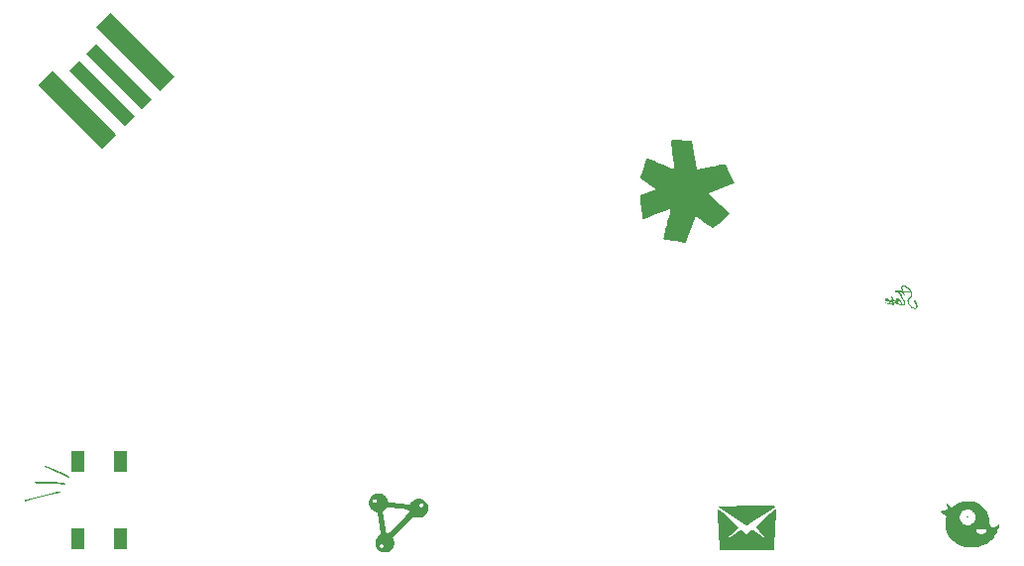
<source format=gbs>
G04 Layer: BottomSolderMaskLayer*
G04 EasyEDA v6.5.1, 2022-05-17 10:42:42*
G04 183223736e564f1bbe1f5351ff330512,a895fda7382342f89faddf0c187955a9,10*
G04 Gerber Generator version 0.2*
G04 Scale: 100 percent, Rotated: No, Reflected: No *
G04 Dimensions in inches *
G04 leading zeros omitted , absolute positions ,3 integer and 6 decimal *
%FSLAX36Y36*%
%MOIN*%

%ADD10C,0.0001*%

%LPD*%
G36*
X1999180Y1682260D02*
G01*
X1992180Y1682040D01*
X1986660Y1681680D01*
X1982000Y1681060D01*
X1977840Y1680100D01*
X1975800Y1679480D01*
X1971579Y1677880D01*
X1966819Y1675700D01*
X1961579Y1673020D01*
X1956420Y1670100D01*
X1951940Y1667300D01*
X1950160Y1666060D01*
X1943040Y1660160D01*
X1924540Y1678000D01*
X1927120Y1652560D01*
X1913940Y1650600D01*
X1910620Y1650040D01*
X1908000Y1649480D01*
X1906040Y1648940D01*
X1904720Y1648340D01*
X1904060Y1647660D01*
X1904019Y1646900D01*
X1904580Y1646000D01*
X1905740Y1644940D01*
X1907500Y1643680D01*
X1915900Y1638580D01*
X1918440Y1636920D01*
X1920380Y1635500D01*
X1921780Y1634240D01*
X1922700Y1633040D01*
X1923220Y1631860D01*
X1923380Y1630620D01*
X1923214Y1628720D01*
X1969040Y1628720D01*
X1969120Y1630640D01*
X1969340Y1632560D01*
X1969700Y1634440D01*
X1970180Y1636300D01*
X1970820Y1638120D01*
X1971579Y1639900D01*
X1972500Y1641620D01*
X1973560Y1643280D01*
X1974760Y1644880D01*
X1976120Y1646380D01*
X1977620Y1647800D01*
X1979280Y1649139D01*
X1981080Y1650360D01*
X1982800Y1651279D01*
X1984660Y1652080D01*
X1986699Y1652740D01*
X1988820Y1653280D01*
X1991040Y1653660D01*
X1993300Y1653920D01*
X1995580Y1654019D01*
X1997840Y1654000D01*
X2000040Y1653800D01*
X2002180Y1653480D01*
X2004180Y1652980D01*
X2006060Y1652340D01*
X2007420Y1651660D01*
X2008880Y1650660D01*
X2010420Y1649420D01*
X2012000Y1647980D01*
X2015080Y1644600D01*
X2016540Y1642780D01*
X2017880Y1640920D01*
X2019060Y1639079D01*
X2020060Y1637280D01*
X2020840Y1635580D01*
X2021339Y1634040D01*
X2021780Y1631819D01*
X2022020Y1629620D01*
X2022040Y1627440D01*
X2021860Y1625280D01*
X2021500Y1623140D01*
X2020940Y1621060D01*
X2020240Y1619019D01*
X2019360Y1617060D01*
X2018320Y1615160D01*
X2017160Y1613340D01*
X2015840Y1611600D01*
X2014420Y1609980D01*
X2012860Y1608460D01*
X2011220Y1607060D01*
X2009460Y1605780D01*
X2007620Y1604640D01*
X2005700Y1603660D01*
X2003700Y1602820D01*
X2001639Y1602160D01*
X1999520Y1601680D01*
X1997380Y1601380D01*
X1995180Y1601260D01*
X1992960Y1601360D01*
X1990720Y1601680D01*
X1988580Y1602160D01*
X1986540Y1602800D01*
X1984600Y1603600D01*
X1982760Y1604520D01*
X1981020Y1605560D01*
X1979420Y1606740D01*
X1977900Y1608000D01*
X1976500Y1609379D01*
X1975220Y1610860D01*
X1974060Y1612400D01*
X1973000Y1614040D01*
X1972080Y1615720D01*
X1971260Y1617480D01*
X1970580Y1619280D01*
X1970020Y1621120D01*
X1969580Y1623000D01*
X1969259Y1624900D01*
X1969079Y1626819D01*
X1969040Y1628720D01*
X1923214Y1628720D01*
X1922980Y1625900D01*
X1922700Y1620140D01*
X1922460Y1612800D01*
X1922280Y1596800D01*
X1922460Y1590820D01*
X1922660Y1588360D01*
X1923210Y1584780D01*
X2024000Y1584780D01*
X2024160Y1585520D01*
X2024740Y1586120D01*
X2025800Y1586600D01*
X2027440Y1586980D01*
X2029700Y1587240D01*
X2036480Y1587500D01*
X2044600Y1587500D01*
X2050320Y1587300D01*
X2052600Y1587080D01*
X2054480Y1586800D01*
X2055980Y1586420D01*
X2057140Y1585960D01*
X2057920Y1585380D01*
X2058360Y1584680D01*
X2058460Y1583860D01*
X2058240Y1582880D01*
X2057680Y1581780D01*
X2056819Y1580520D01*
X2054220Y1577500D01*
X2050740Y1574040D01*
X2049199Y1572740D01*
X2047820Y1571780D01*
X2046459Y1571120D01*
X2045040Y1570760D01*
X2043500Y1570660D01*
X2041720Y1570760D01*
X2039620Y1571040D01*
X2036879Y1571740D01*
X2034139Y1572940D01*
X2031500Y1574520D01*
X2029100Y1576380D01*
X2027040Y1578440D01*
X2025420Y1580600D01*
X2024360Y1582740D01*
X2024000Y1584780D01*
X1923210Y1584780D01*
X1923839Y1582120D01*
X1925240Y1578180D01*
X1927220Y1573700D01*
X1929500Y1569280D01*
X1932080Y1564980D01*
X1934980Y1560800D01*
X1938160Y1556800D01*
X1941620Y1552960D01*
X1945300Y1549319D01*
X1949199Y1545880D01*
X1953300Y1542680D01*
X1957560Y1539720D01*
X1962000Y1537040D01*
X1964259Y1535780D01*
X1968899Y1533520D01*
X1973620Y1531560D01*
X1978420Y1529920D01*
X1980840Y1529220D01*
X1985140Y1528300D01*
X1990100Y1527580D01*
X1995560Y1527060D01*
X2001339Y1526780D01*
X2007320Y1526699D01*
X2013320Y1526840D01*
X2019180Y1527180D01*
X2024760Y1527740D01*
X2029880Y1528500D01*
X2034379Y1529480D01*
X2039319Y1530920D01*
X2044100Y1532580D01*
X2048760Y1534480D01*
X2053260Y1536600D01*
X2057600Y1538959D01*
X2061780Y1541540D01*
X2065780Y1544340D01*
X2069620Y1547340D01*
X2073280Y1550560D01*
X2076759Y1553959D01*
X2080040Y1557580D01*
X2083140Y1561380D01*
X2086020Y1565380D01*
X2088700Y1569560D01*
X2091160Y1573920D01*
X2093420Y1578440D01*
X2096000Y1584240D01*
X2098300Y1589800D01*
X2100040Y1594480D01*
X2101020Y1597640D01*
X2102220Y1603000D01*
X2091639Y1596860D01*
X2089500Y1595800D01*
X2087460Y1594940D01*
X2085540Y1594280D01*
X2083740Y1593839D01*
X2082040Y1593580D01*
X2080460Y1593520D01*
X2078959Y1593680D01*
X2077580Y1594040D01*
X2076320Y1594600D01*
X2075140Y1595360D01*
X2074060Y1596339D01*
X2073080Y1597520D01*
X2072200Y1598899D01*
X2071420Y1600500D01*
X2070720Y1602300D01*
X2070120Y1604319D01*
X2069620Y1606560D01*
X2069199Y1609000D01*
X2068440Y1615580D01*
X2067520Y1622620D01*
X2066480Y1628700D01*
X2065920Y1631440D01*
X2064600Y1636420D01*
X2063060Y1640860D01*
X2062180Y1642940D01*
X2060160Y1646920D01*
X2057760Y1650800D01*
X2055100Y1654480D01*
X2052220Y1657920D01*
X2049000Y1661300D01*
X2045500Y1664580D01*
X2041759Y1667680D01*
X2037880Y1670600D01*
X2033880Y1673260D01*
X2029860Y1675640D01*
X2025840Y1677680D01*
X2021920Y1679319D01*
X2020000Y1680000D01*
X2017840Y1680600D01*
X2015360Y1681120D01*
X2012580Y1681540D01*
X2009560Y1681860D01*
X2006300Y1682100D01*
G37*
G36*
X1995400Y1631260D02*
G01*
X1993839Y1630760D01*
X1992480Y1629300D01*
X1991840Y1627440D01*
X1992420Y1626220D01*
X1994019Y1625800D01*
X1996420Y1626320D01*
X1997500Y1626920D01*
X1998220Y1627720D01*
X1998500Y1628580D01*
X1998280Y1629420D01*
X1996960Y1630820D01*
G37*
G36*
X1291279Y1666720D02*
G01*
X1265400Y1666579D01*
X1234160Y1666160D01*
X1202480Y1665480D01*
X1154860Y1664199D01*
X1225280Y1617340D01*
X1244200Y1604980D01*
X1250100Y1601240D01*
X1253160Y1599440D01*
X1255260Y1600680D01*
X1268380Y1609280D01*
X1289199Y1623220D01*
X1321120Y1644880D01*
X1340040Y1657880D01*
X1349700Y1664740D01*
X1350040Y1665100D01*
X1349720Y1665300D01*
X1347540Y1665640D01*
X1343460Y1665960D01*
X1330240Y1666399D01*
X1311360Y1666660D01*
G37*
G36*
X1351980Y1656579D02*
G01*
X1351100Y1656120D01*
X1346920Y1652740D01*
X1332480Y1640400D01*
X1294060Y1607180D01*
X1283800Y1598160D01*
X1283400Y1597720D01*
X1283140Y1597220D01*
X1283040Y1596660D01*
X1283120Y1595980D01*
X1283380Y1595200D01*
X1284560Y1593180D01*
X1286720Y1590420D01*
X1290000Y1586720D01*
X1294520Y1581920D01*
X1327020Y1548940D01*
X1285820Y1577240D01*
X1281000Y1580420D01*
X1277180Y1582740D01*
X1274200Y1584240D01*
X1272960Y1584700D01*
X1271840Y1584980D01*
X1270840Y1585100D01*
X1269940Y1585040D01*
X1269080Y1584820D01*
X1268280Y1584460D01*
X1267480Y1583959D01*
X1265840Y1582540D01*
X1261700Y1578340D01*
X1252980Y1569780D01*
X1244460Y1578140D01*
X1240960Y1581300D01*
X1237700Y1583740D01*
X1235080Y1585220D01*
X1233420Y1585500D01*
X1231820Y1584600D01*
X1224040Y1579620D01*
X1212000Y1571600D01*
X1186240Y1554120D01*
X1177200Y1548100D01*
X1177140Y1548160D01*
X1178340Y1549540D01*
X1185240Y1556519D01*
X1196640Y1567660D01*
X1224880Y1594820D01*
X1209900Y1608460D01*
X1189940Y1626100D01*
X1170300Y1643000D01*
X1162360Y1649660D01*
X1156620Y1654340D01*
X1153760Y1656420D01*
X1153580Y1656459D01*
X1153560Y1654660D01*
X1154100Y1642680D01*
X1155300Y1622480D01*
X1157120Y1594420D01*
X1159120Y1565680D01*
X1161480Y1535120D01*
X1162980Y1518660D01*
X1344580Y1518660D01*
X1349720Y1604079D01*
X1351140Y1626279D01*
X1353020Y1652180D01*
X1353080Y1654440D01*
X1352940Y1655860D01*
X1352580Y1656540D01*
G37*
G36*
X14640Y1708959D02*
G01*
X12800Y1708940D01*
X9120Y1708580D01*
X7300Y1708240D01*
X3740Y1707240D01*
X260Y1705800D01*
X-1419Y1704920D01*
X-3060Y1703920D01*
X-4640Y1702820D01*
X-6180Y1701600D01*
X-7640Y1700280D01*
X-9060Y1698839D01*
X-10400Y1697300D01*
X-11680Y1695640D01*
X-12860Y1693880D01*
X-13980Y1692000D01*
X-15000Y1690000D01*
X-16020Y1687520D01*
X-16820Y1684960D01*
X-17341Y1682500D01*
X-6400Y1682500D01*
X-5940Y1684760D01*
X-4760Y1686600D01*
X-3020Y1687980D01*
X-940Y1688860D01*
X1300Y1689160D01*
X3459Y1688839D01*
X5360Y1687840D01*
X6800Y1686100D01*
X7400Y1684500D01*
X7520Y1682920D01*
X7220Y1681399D01*
X6560Y1679980D01*
X5600Y1678720D01*
X4400Y1677660D01*
X3040Y1676819D01*
X1540Y1676279D01*
X0Y1676080D01*
X-1540Y1676220D01*
X-3040Y1676800D01*
X-4380Y1677840D01*
X-5160Y1678820D01*
X-5800Y1680020D01*
X-6240Y1681300D01*
X-6400Y1682500D01*
X-17341Y1682500D01*
X-17700Y1679620D01*
X-17780Y1676900D01*
X-17640Y1674160D01*
X-17260Y1671440D01*
X-16542Y1668340D01*
X151940Y1668340D01*
X152180Y1670180D01*
X152860Y1671800D01*
X153880Y1673120D01*
X155200Y1674139D01*
X156740Y1674800D01*
X158420Y1675040D01*
X160180Y1674840D01*
X161940Y1674160D01*
X163280Y1673140D01*
X164340Y1671740D01*
X165020Y1670080D01*
X165280Y1668340D01*
X165040Y1666480D01*
X164360Y1664880D01*
X163340Y1663540D01*
X162020Y1662520D01*
X160479Y1661879D01*
X158800Y1661620D01*
X157040Y1661819D01*
X155280Y1662500D01*
X153940Y1663520D01*
X152880Y1664920D01*
X152200Y1666579D01*
X151940Y1668340D01*
X-16542Y1668340D01*
X-15860Y1666160D01*
X-14820Y1663640D01*
X-13560Y1661220D01*
X-12080Y1658940D01*
X-10260Y1656540D01*
X-8460Y1654460D01*
X-6600Y1652660D01*
X-4580Y1651040D01*
X-2300Y1649560D01*
X320Y1648160D01*
X2784Y1647040D01*
X29280Y1647040D01*
X44820Y1662200D01*
X90040Y1655840D01*
X111320Y1652640D01*
X116140Y1651780D01*
X117140Y1651420D01*
X117640Y1651080D01*
X118000Y1650680D01*
X118219Y1650180D01*
X118300Y1649600D01*
X118219Y1648899D01*
X117980Y1648120D01*
X117000Y1646140D01*
X115280Y1643620D01*
X112760Y1640480D01*
X109400Y1636620D01*
X105140Y1631980D01*
X93620Y1620080D01*
X73420Y1599840D01*
X60140Y1586819D01*
X55320Y1582220D01*
X51500Y1578760D01*
X48560Y1576300D01*
X46320Y1574700D01*
X45439Y1574180D01*
X44680Y1573839D01*
X44040Y1573660D01*
X43480Y1573600D01*
X43000Y1573680D01*
X42560Y1573860D01*
X42080Y1574180D01*
X41200Y1575280D01*
X40359Y1577160D01*
X39520Y1580020D01*
X38620Y1584100D01*
X37620Y1589640D01*
X35140Y1605980D01*
X29280Y1647040D01*
X2784Y1647040D01*
X7000Y1645280D01*
X12880Y1642980D01*
X22540Y1573020D01*
X15320Y1566519D01*
X13240Y1564560D01*
X11399Y1562640D01*
X9780Y1560720D01*
X8380Y1558800D01*
X7180Y1556860D01*
X6160Y1554860D01*
X5340Y1552760D01*
X4700Y1550580D01*
X4200Y1548280D01*
X3860Y1545820D01*
X3680Y1543200D01*
X3600Y1540380D01*
X3700Y1537980D01*
X3960Y1535640D01*
X4380Y1533360D01*
X5071Y1530840D01*
X18700Y1530840D01*
X19280Y1533500D01*
X21040Y1535760D01*
X23140Y1536940D01*
X25339Y1537220D01*
X27460Y1536759D01*
X29340Y1535660D01*
X30800Y1534100D01*
X31660Y1532200D01*
X31760Y1530100D01*
X30920Y1527920D01*
X28840Y1525680D01*
X26280Y1524540D01*
X23560Y1524600D01*
X21040Y1525900D01*
X19280Y1528160D01*
X18700Y1530840D01*
X5071Y1530840D01*
X5699Y1529040D01*
X6580Y1527000D01*
X7600Y1525060D01*
X8740Y1523200D01*
X10000Y1521440D01*
X11399Y1519780D01*
X12880Y1518220D01*
X14480Y1516759D01*
X16160Y1515440D01*
X17920Y1514220D01*
X19780Y1513140D01*
X21700Y1512180D01*
X23680Y1511360D01*
X25720Y1510660D01*
X27820Y1510120D01*
X29960Y1509720D01*
X32140Y1509460D01*
X34340Y1509379D01*
X36560Y1509440D01*
X38800Y1509660D01*
X41060Y1510060D01*
X43300Y1510640D01*
X45540Y1511399D01*
X47779Y1512320D01*
X49860Y1513360D01*
X51840Y1514500D01*
X53700Y1515740D01*
X55439Y1517060D01*
X57080Y1518480D01*
X58600Y1519960D01*
X59980Y1521519D01*
X61260Y1523160D01*
X62400Y1524860D01*
X63440Y1526620D01*
X64340Y1528440D01*
X65100Y1530300D01*
X65740Y1532220D01*
X66260Y1534199D01*
X66640Y1536200D01*
X66880Y1538220D01*
X66980Y1540300D01*
X66940Y1542380D01*
X66780Y1544500D01*
X66460Y1546620D01*
X66000Y1548760D01*
X65400Y1550900D01*
X64660Y1553060D01*
X63760Y1555200D01*
X60640Y1562060D01*
X130140Y1631519D01*
X136100Y1628680D01*
X137880Y1627920D01*
X139840Y1627300D01*
X141920Y1626780D01*
X144120Y1626380D01*
X146380Y1626100D01*
X148680Y1625940D01*
X150980Y1625900D01*
X153260Y1626000D01*
X155460Y1626200D01*
X157580Y1626540D01*
X159580Y1627020D01*
X161420Y1627600D01*
X163100Y1628320D01*
X164780Y1629240D01*
X166439Y1630300D01*
X168080Y1631519D01*
X169700Y1632860D01*
X171260Y1634340D01*
X172740Y1635920D01*
X174160Y1637600D01*
X175500Y1639360D01*
X176720Y1641200D01*
X177820Y1643080D01*
X178780Y1645000D01*
X179640Y1647020D01*
X180340Y1649060D01*
X180880Y1651100D01*
X181300Y1653120D01*
X181560Y1655160D01*
X181680Y1657180D01*
X181680Y1659180D01*
X181540Y1661160D01*
X181260Y1663140D01*
X180880Y1665060D01*
X180380Y1666960D01*
X179760Y1668820D01*
X178200Y1672400D01*
X177260Y1674120D01*
X175100Y1677360D01*
X172580Y1680340D01*
X171200Y1681720D01*
X168220Y1684199D01*
X166620Y1685320D01*
X164960Y1686339D01*
X163220Y1687260D01*
X161439Y1688060D01*
X159600Y1688760D01*
X157720Y1689340D01*
X155800Y1689800D01*
X153820Y1690140D01*
X151820Y1690340D01*
X149780Y1690420D01*
X147720Y1690340D01*
X145620Y1690120D01*
X143520Y1689760D01*
X141400Y1689240D01*
X139340Y1688560D01*
X137240Y1687640D01*
X135100Y1686519D01*
X133000Y1685220D01*
X130920Y1683800D01*
X128960Y1682260D01*
X127120Y1680660D01*
X125440Y1679000D01*
X123960Y1677320D01*
X122720Y1675680D01*
X121760Y1674060D01*
X120559Y1671240D01*
X119800Y1670160D01*
X118980Y1669440D01*
X118140Y1669160D01*
X113840Y1669620D01*
X91980Y1672480D01*
X55839Y1677560D01*
X50820Y1678380D01*
X49120Y1679120D01*
X47600Y1680540D01*
X46300Y1682640D01*
X43600Y1689580D01*
X42640Y1691519D01*
X41600Y1693340D01*
X40480Y1695080D01*
X39260Y1696720D01*
X37980Y1698240D01*
X36620Y1699680D01*
X33700Y1702240D01*
X30560Y1704400D01*
X27220Y1706140D01*
X23740Y1707460D01*
X20139Y1708380D01*
X18320Y1708680D01*
G37*
G36*
X1001800Y2896900D02*
G01*
X1000620Y2896780D01*
X999760Y2896300D01*
X999220Y2895480D01*
X999000Y2894300D01*
X998920Y2888780D01*
X999080Y2883200D01*
X999460Y2877580D01*
X1000100Y2871900D01*
X1001600Y2860640D01*
X1002900Y2849500D01*
X1004060Y2840980D01*
X1008180Y2805860D01*
X1009300Y2797000D01*
X990600Y2804800D01*
X970860Y2813200D01*
X950340Y2822100D01*
X940759Y2826100D01*
X921900Y2833600D01*
X918199Y2834900D01*
X917200Y2834840D01*
X916400Y2834540D01*
X915800Y2834040D01*
X913940Y2830240D01*
X912420Y2826480D01*
X910879Y2822000D01*
X909300Y2816800D01*
X906500Y2806900D01*
X904300Y2799600D01*
X903480Y2797620D01*
X897120Y2779120D01*
X895699Y2774600D01*
X894800Y2771180D01*
X894500Y2769700D01*
X894520Y2768880D01*
X894700Y2768159D01*
X895020Y2767480D01*
X895500Y2766900D01*
X949200Y2730299D01*
X895100Y2710200D01*
X894400Y2709820D01*
X893880Y2709140D01*
X893540Y2708220D01*
X893400Y2707000D01*
X893360Y2702580D01*
X893580Y2698100D01*
X894020Y2693580D01*
X895460Y2684460D01*
X896640Y2675520D01*
X897099Y2671100D01*
X898319Y2661800D01*
X900000Y2646580D01*
X900780Y2641760D01*
X901740Y2637180D01*
X902900Y2632900D01*
X903000Y2631720D01*
X903379Y2630860D01*
X904040Y2630320D01*
X905000Y2630100D01*
X919020Y2635299D01*
X937660Y2642580D01*
X965540Y2654020D01*
X984180Y2661500D01*
X998199Y2667000D01*
X996000Y2657600D01*
X993660Y2648340D01*
X988720Y2630020D01*
X986360Y2620760D01*
X984100Y2611400D01*
X982740Y2607360D01*
X979200Y2595380D01*
X977300Y2588500D01*
X975560Y2581600D01*
X974100Y2575100D01*
X973100Y2569700D01*
X972820Y2567679D01*
X972700Y2566100D01*
X972800Y2565280D01*
X973180Y2564520D01*
X973840Y2563840D01*
X974800Y2563200D01*
X978540Y2562060D01*
X982720Y2561019D01*
X987380Y2560100D01*
X992500Y2559300D01*
X1002440Y2557900D01*
X1010900Y2556500D01*
X1032159Y2552640D01*
X1036440Y2552040D01*
X1040660Y2551640D01*
X1044800Y2551400D01*
X1047600Y2553000D01*
X1082500Y2639300D01*
X1094100Y2631200D01*
X1103120Y2624720D01*
X1112600Y2618100D01*
X1121900Y2611820D01*
X1130400Y2606200D01*
X1136680Y2602300D01*
X1139500Y2601000D01*
X1142680Y2602580D01*
X1148800Y2607500D01*
X1156920Y2614580D01*
X1194000Y2648000D01*
X1194080Y2648580D01*
X1194520Y2649680D01*
X1194600Y2650200D01*
X1194020Y2651280D01*
X1192160Y2653460D01*
X1189020Y2656680D01*
X1181140Y2664300D01*
X1166000Y2678620D01*
X1149660Y2693860D01*
X1132740Y2709140D01*
X1125940Y2715460D01*
X1124300Y2717100D01*
X1208600Y2751000D01*
X1209340Y2751500D01*
X1209880Y2752020D01*
X1210200Y2752559D01*
X1210300Y2753100D01*
X1209360Y2755779D01*
X1199580Y2777160D01*
X1189640Y2798060D01*
X1183580Y2810460D01*
X1181600Y2814100D01*
X1181020Y2814840D01*
X1180300Y2815400D01*
X1179420Y2815740D01*
X1178400Y2815899D01*
X1176040Y2815620D01*
X1171200Y2814800D01*
X1164820Y2813480D01*
X1141000Y2808159D01*
X1135700Y2806900D01*
X1085300Y2796600D01*
X1069400Y2892900D01*
X1068860Y2893860D01*
X1068220Y2894580D01*
X1067500Y2895020D01*
X1066700Y2895200D01*
G37*
G36*
X1780200Y2407800D02*
G01*
X1776600Y2407420D01*
X1773980Y2405980D01*
X1772340Y2403460D01*
X1771699Y2399900D01*
X1772020Y2395680D01*
X1773200Y2390900D01*
X1773839Y2389200D01*
X1764400Y2389700D01*
X1763400Y2391000D01*
X1762580Y2391260D01*
X1761300Y2391200D01*
X1760940Y2391080D01*
X1760200Y2390440D01*
X1759800Y2389900D01*
X1753800Y2390100D01*
X1752220Y2390040D01*
X1751600Y2389900D01*
X1751459Y2389700D01*
X1751399Y2389300D01*
X1751480Y2387960D01*
X1751900Y2386300D01*
X1752200Y2385460D01*
X1752520Y2384880D01*
X1752860Y2384520D01*
X1753200Y2384400D01*
X1762100Y2384500D01*
X1764620Y2380680D01*
X1766980Y2376920D01*
X1769160Y2373240D01*
X1778100Y2356700D01*
X1781680Y2349260D01*
X1782800Y2345300D01*
X1782720Y2344900D01*
X1782500Y2344620D01*
X1782120Y2344460D01*
X1781600Y2344400D01*
X1777840Y2345620D01*
X1774720Y2347480D01*
X1774139Y2349720D01*
X1773600Y2351200D01*
X1772680Y2353220D01*
X1771699Y2355080D01*
X1770680Y2356760D01*
X1769600Y2358300D01*
X1767340Y2360880D01*
X1766180Y2362000D01*
X1765000Y2363000D01*
X1763660Y2363980D01*
X1762320Y2364720D01*
X1761000Y2365240D01*
X1759560Y2365540D01*
X1759199Y2365400D01*
X1758880Y2365560D01*
X1758340Y2365360D01*
X1758000Y2365100D01*
X1757240Y2364280D01*
X1756660Y2363400D01*
X1756240Y2362480D01*
X1756000Y2361500D01*
X1755968Y2360760D01*
X1758400Y2360760D01*
X1758500Y2361720D01*
X1758800Y2362500D01*
X1758899Y2362580D01*
X1759500Y2362600D01*
X1759900Y2361980D01*
X1760220Y2361020D01*
X1760460Y2359740D01*
X1760660Y2357020D01*
X1760460Y2355260D01*
X1760200Y2354600D01*
X1759360Y2356300D01*
X1758800Y2358000D01*
X1758500Y2359520D01*
X1758400Y2360760D01*
X1755968Y2360760D01*
X1755920Y2359620D01*
X1756140Y2357600D01*
X1756720Y2355420D01*
X1757600Y2353100D01*
X1756699Y2353120D01*
X1755800Y2353300D01*
X1754900Y2353620D01*
X1753440Y2354460D01*
X1751860Y2355560D01*
X1745200Y2363800D01*
X1745180Y2364880D01*
X1745060Y2365920D01*
X1744780Y2366940D01*
X1744400Y2367900D01*
X1743779Y2368840D01*
X1741840Y2370940D01*
X1739620Y2372760D01*
X1738220Y2373620D01*
X1737700Y2373800D01*
X1737380Y2373680D01*
X1737000Y2373300D01*
X1736800Y2372700D01*
X1736800Y2372100D01*
X1736980Y2371120D01*
X1737340Y2370100D01*
X1737880Y2369020D01*
X1738600Y2367900D01*
X1741500Y2364300D01*
X1740580Y2363240D01*
X1738620Y2361300D01*
X1737740Y2360220D01*
X1737220Y2359260D01*
X1737000Y2358400D01*
X1737120Y2357680D01*
X1737480Y2356800D01*
X1738060Y2355780D01*
X1739600Y2353740D01*
X1741800Y2351100D01*
X1742800Y2349540D01*
X1743520Y2348240D01*
X1743959Y2347240D01*
X1744100Y2346500D01*
X1744000Y2346160D01*
X1743800Y2345900D01*
X1743500Y2345760D01*
X1743100Y2345700D01*
X1742320Y2345980D01*
X1740980Y2346860D01*
X1739060Y2348280D01*
X1735700Y2351040D01*
X1735300Y2352400D01*
X1734379Y2354360D01*
X1733400Y2356160D01*
X1732380Y2357760D01*
X1731300Y2359200D01*
X1729000Y2361720D01*
X1726699Y2363700D01*
X1725320Y2364640D01*
X1724000Y2365320D01*
X1722720Y2365780D01*
X1721100Y2366040D01*
X1720460Y2366000D01*
X1719900Y2365600D01*
X1719180Y2364780D01*
X1718640Y2363900D01*
X1718280Y2362980D01*
X1718136Y2362200D01*
X1720560Y2362200D01*
X1720820Y2363040D01*
X1721000Y2363200D01*
X1721519Y2363060D01*
X1722620Y2362440D01*
X1723200Y2362000D01*
X1725880Y2359300D01*
X1727120Y2357800D01*
X1728300Y2356200D01*
X1726780Y2356120D01*
X1723100Y2356500D01*
X1722280Y2356840D01*
X1721600Y2357500D01*
X1720960Y2359460D01*
X1720600Y2361020D01*
X1720560Y2362200D01*
X1718136Y2362200D01*
X1718020Y2360820D01*
X1718100Y2359540D01*
X1718320Y2358220D01*
X1718860Y2356460D01*
X1720400Y2354200D01*
X1721160Y2353580D01*
X1722360Y2353100D01*
X1723959Y2352780D01*
X1726000Y2352600D01*
X1728300Y2352680D01*
X1729300Y2352840D01*
X1730200Y2353100D01*
X1731200Y2351020D01*
X1731879Y2349260D01*
X1732240Y2347820D01*
X1732300Y2346700D01*
X1731600Y2346280D01*
X1730900Y2346200D01*
X1729660Y2346340D01*
X1728060Y2346780D01*
X1726060Y2347500D01*
X1721780Y2349340D01*
X1718980Y2350740D01*
X1717800Y2351480D01*
X1717200Y2351680D01*
X1716500Y2351700D01*
X1716220Y2351600D01*
X1716060Y2351400D01*
X1716000Y2351100D01*
X1716220Y2350460D01*
X1716900Y2349700D01*
X1718320Y2348600D01*
X1720000Y2347500D01*
X1721920Y2346400D01*
X1726500Y2344160D01*
X1728620Y2343320D01*
X1730460Y2342800D01*
X1732380Y2342560D01*
X1733080Y2342620D01*
X1733640Y2342840D01*
X1734139Y2343440D01*
X1734400Y2343900D01*
X1735000Y2344400D01*
X1735420Y2344980D01*
X1736140Y2346840D01*
X1738000Y2345100D01*
X1739860Y2343620D01*
X1741459Y2342560D01*
X1742760Y2341920D01*
X1743800Y2341700D01*
X1744220Y2341720D01*
X1745220Y2342160D01*
X1747100Y2343800D01*
X1747280Y2344320D01*
X1747480Y2346060D01*
X1747500Y2347300D01*
X1747340Y2348580D01*
X1746980Y2349920D01*
X1746399Y2351340D01*
X1744980Y2353760D01*
X1741100Y2359200D01*
X1742720Y2361060D01*
X1743500Y2361800D01*
X1747300Y2356700D01*
X1751028Y2351500D01*
X1762300Y2351500D01*
X1762860Y2352400D01*
X1763240Y2353520D01*
X1763460Y2354860D01*
X1763500Y2356400D01*
X1763220Y2358320D01*
X1762600Y2360500D01*
X1764300Y2358640D01*
X1765800Y2356800D01*
X1767100Y2354940D01*
X1768200Y2353100D01*
X1769360Y2350780D01*
X1770060Y2349060D01*
X1770020Y2348480D01*
X1770460Y2347780D01*
X1770740Y2346880D01*
X1771000Y2345300D01*
X1770920Y2344420D01*
X1770760Y2344080D01*
X1770500Y2343800D01*
X1770280Y2343740D01*
X1768800Y2344100D01*
X1767680Y2344920D01*
X1766300Y2346300D01*
X1764680Y2348220D01*
X1762800Y2350700D01*
X1762300Y2351500D01*
X1751028Y2351500D01*
X1757600Y2342500D01*
X1758080Y2342800D01*
X1759540Y2344140D01*
X1759860Y2344600D01*
X1760040Y2345060D01*
X1760100Y2345500D01*
X1759620Y2346200D01*
X1755900Y2350680D01*
X1757200Y2350260D01*
X1759199Y2350100D01*
X1761480Y2346860D01*
X1762960Y2345120D01*
X1764480Y2343600D01*
X1766100Y2342300D01*
X1768080Y2341020D01*
X1768820Y2340700D01*
X1769940Y2340580D01*
X1770400Y2340620D01*
X1771980Y2341480D01*
X1773300Y2342400D01*
X1773820Y2343040D01*
X1774400Y2344200D01*
X1774600Y2344780D01*
X1777780Y2342540D01*
X1782800Y2340800D01*
X1784100Y2341000D01*
X1784440Y2341220D01*
X1785100Y2342120D01*
X1785660Y2343480D01*
X1785960Y2344740D01*
X1786000Y2345300D01*
X1785760Y2347560D01*
X1784940Y2350620D01*
X1783500Y2354460D01*
X1781459Y2359080D01*
X1778839Y2364500D01*
X1773640Y2374300D01*
X1769760Y2381140D01*
X1767800Y2384400D01*
X1775940Y2384140D01*
X1778500Y2378980D01*
X1780200Y2376100D01*
X1780920Y2375400D01*
X1781800Y2374900D01*
X1782820Y2374600D01*
X1784440Y2374500D01*
X1784760Y2374600D01*
X1784940Y2374800D01*
X1784980Y2375260D01*
X1784880Y2375560D01*
X1781900Y2380900D01*
X1780580Y2383940D01*
X1787980Y2383580D01*
X1799720Y2382720D01*
X1800320Y2383220D01*
X1801080Y2384280D01*
X1801360Y2384840D01*
X1801500Y2385900D01*
X1798440Y2386880D01*
X1789300Y2388000D01*
X1778600Y2388920D01*
X1776900Y2394020D01*
X1776200Y2399200D01*
X1776560Y2401160D01*
X1777480Y2402560D01*
X1778920Y2403360D01*
X1780900Y2403600D01*
X1784300Y2402860D01*
X1788200Y2400820D01*
X1792600Y2397500D01*
X1797500Y2392900D01*
X1801060Y2388760D01*
X1803580Y2384720D01*
X1805020Y2380800D01*
X1805400Y2377000D01*
X1805200Y2375240D01*
X1804720Y2373660D01*
X1803959Y2372240D01*
X1802900Y2371000D01*
X1798180Y2366520D01*
X1796000Y2364300D01*
X1794420Y2362200D01*
X1793280Y2360080D01*
X1792560Y2357940D01*
X1792300Y2355800D01*
X1793120Y2350820D01*
X1796000Y2345100D01*
X1800520Y2339120D01*
X1805900Y2334200D01*
X1809240Y2331960D01*
X1812600Y2330320D01*
X1815960Y2329300D01*
X1819300Y2328900D01*
X1822560Y2329240D01*
X1824920Y2330600D01*
X1826399Y2332960D01*
X1827000Y2336300D01*
X1826759Y2340540D01*
X1825720Y2344880D01*
X1823899Y2349300D01*
X1821300Y2353800D01*
X1819920Y2355660D01*
X1818800Y2356800D01*
X1818180Y2357200D01*
X1817500Y2357500D01*
X1816780Y2357700D01*
X1816000Y2357800D01*
X1815440Y2357780D01*
X1815020Y2357660D01*
X1814780Y2357380D01*
X1814700Y2357000D01*
X1815720Y2355080D01*
X1818800Y2348700D01*
X1821920Y2341280D01*
X1822900Y2336000D01*
X1822540Y2334260D01*
X1821680Y2333040D01*
X1820300Y2332360D01*
X1818400Y2332200D01*
X1812980Y2333760D01*
X1807100Y2338000D01*
X1802600Y2343000D01*
X1799100Y2348400D01*
X1798180Y2350260D01*
X1797560Y2351900D01*
X1797180Y2353360D01*
X1797100Y2354600D01*
X1798779Y2360120D01*
X1808000Y2371700D01*
X1809600Y2377300D01*
X1809240Y2382200D01*
X1807740Y2386900D01*
X1805140Y2391400D01*
X1801399Y2395700D01*
X1797480Y2399320D01*
X1793720Y2402280D01*
X1790100Y2404620D01*
X1786639Y2406320D01*
X1783340Y2407380D01*
G37*
G36*
X-1107940Y1802260D02*
G01*
X-1108440Y1802040D01*
X-1108840Y1801579D01*
X-1109140Y1800680D01*
X-1109300Y1799180D01*
X-1109300Y1798420D01*
X-1109200Y1797820D01*
X-1109020Y1797400D01*
X-1108580Y1797040D01*
X-1092640Y1790440D01*
X-1070480Y1781040D01*
X-1063260Y1777840D01*
X-1055240Y1774139D01*
X-1036660Y1765200D01*
X-1031680Y1762680D01*
X-1027280Y1760340D01*
X-1026440Y1760100D01*
X-1025720Y1760060D01*
X-1025080Y1760260D01*
X-1024740Y1760860D01*
X-1024760Y1761840D01*
X-1025120Y1762960D01*
X-1025759Y1764199D01*
X-1026740Y1765600D01*
X-1027360Y1766160D01*
X-1030080Y1767960D01*
X-1032159Y1769199D01*
X-1035080Y1770760D01*
X-1039040Y1772680D01*
X-1050160Y1777620D01*
X-1070300Y1786140D01*
X-1104780Y1800540D01*
X-1105440Y1800900D01*
X-1106480Y1801819D01*
X-1107320Y1802200D01*
G37*
G36*
X-1138980Y1747300D02*
G01*
X-1140400Y1746840D01*
X-1140780Y1746459D01*
X-1140820Y1746300D01*
X-1140500Y1744420D01*
X-1140080Y1743160D01*
X-1139560Y1742260D01*
X-1138780Y1741620D01*
X-1138480Y1741560D01*
X-1125080Y1741660D01*
X-1106720Y1741459D01*
X-1087500Y1740880D01*
X-1067420Y1739940D01*
X-1057060Y1739319D01*
X-1047640Y1738640D01*
X-1040340Y1737940D01*
X-1039180Y1738000D01*
X-1038360Y1738240D01*
X-1037900Y1738660D01*
X-1037780Y1739620D01*
X-1038439Y1740720D01*
X-1039880Y1741980D01*
X-1042080Y1743400D01*
X-1043360Y1743860D01*
X-1045520Y1744259D01*
X-1048560Y1744640D01*
X-1052520Y1744980D01*
X-1057380Y1745280D01*
X-1069780Y1745740D01*
X-1085760Y1746080D01*
X-1132860Y1746560D01*
X-1136960Y1746680D01*
X-1137760Y1746879D01*
X-1138500Y1747220D01*
G37*
G36*
X-1060540Y1714199D02*
G01*
X-1064180Y1713680D01*
X-1069980Y1712520D01*
X-1077920Y1710680D01*
X-1088000Y1708200D01*
X-1114620Y1701279D01*
X-1167440Y1687000D01*
X-1172200Y1685840D01*
X-1174500Y1685660D01*
X-1175180Y1685540D01*
X-1175720Y1685340D01*
X-1176140Y1685060D01*
X-1176440Y1684720D01*
X-1176580Y1684300D01*
X-1176560Y1683860D01*
X-1176360Y1683380D01*
X-1175600Y1682320D01*
X-1174840Y1681519D01*
X-1174180Y1681140D01*
X-1173540Y1681060D01*
X-1153840Y1686459D01*
X-1129320Y1692960D01*
X-1114580Y1696699D01*
X-1089960Y1702720D01*
X-1070200Y1707320D01*
X-1056660Y1710220D01*
X-1055380Y1710640D01*
X-1054480Y1711100D01*
X-1053980Y1711600D01*
X-1053880Y1711920D01*
X-1053920Y1712240D01*
X-1054540Y1712840D01*
X-1055500Y1713300D01*
X-1056660Y1713680D01*
X-1058000Y1713980D01*
X-1059520Y1714199D01*
G37*
G36*
X-719600Y3062100D02*
G01*
X-934099Y3276500D01*
X-886599Y3323899D01*
X-672199Y3109499D01*
G37*
G36*
X-782300Y2999400D02*
G01*
X-968899Y3185999D01*
X-935399Y3219499D01*
X-748800Y3032899D01*
G37*
G36*
X-837899Y2943800D02*
G01*
X-1024499Y3130399D01*
X-990999Y3163899D01*
X-804400Y2977300D01*
G37*
G36*
X-914499Y2867199D02*
G01*
X-1128899Y3081599D01*
X-1081500Y3129099D01*
X-867100Y2914600D01*
G37*
G36*
X-873899Y1519600D02*
G01*
X-873899Y1590500D01*
X-830500Y1590500D01*
X-830500Y1519600D01*
G37*
G36*
X-873800Y1779499D02*
G01*
X-873800Y1850399D01*
X-830500Y1850399D01*
X-830500Y1779499D01*
G37*
G36*
X-1019499Y1519600D02*
G01*
X-1019499Y1590500D01*
X-976199Y1590500D01*
X-976199Y1519600D01*
G37*
G36*
X-1019499Y1779499D02*
G01*
X-1019499Y1850399D01*
X-976199Y1850399D01*
X-976199Y1779499D01*
G37*
M02*

</source>
